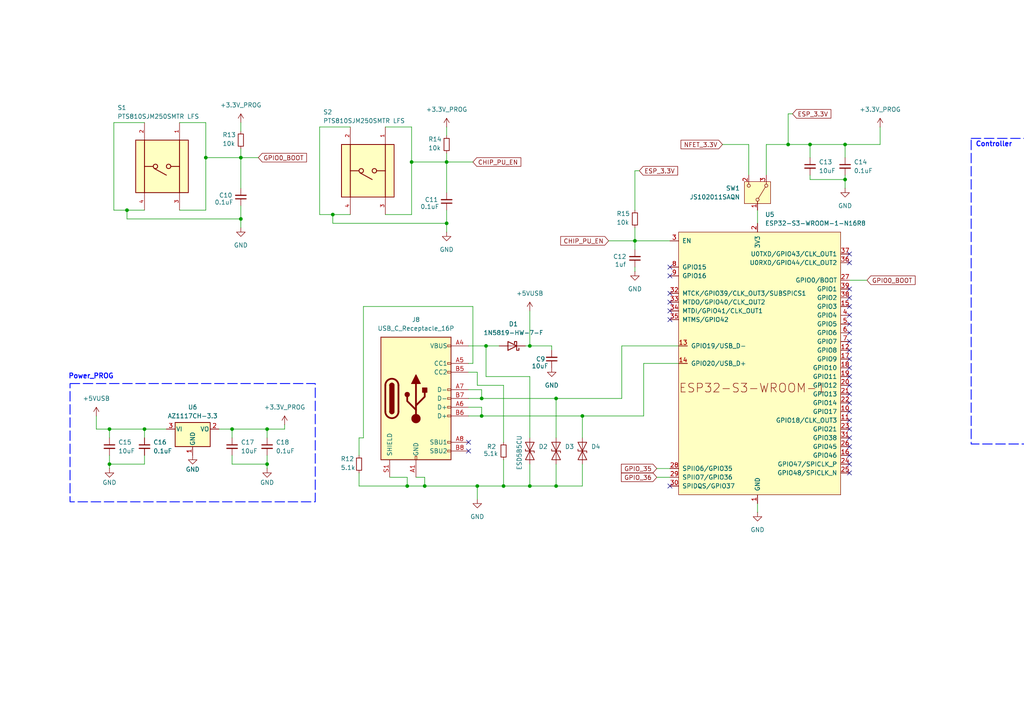
<source format=kicad_sch>
(kicad_sch (version 20231120) (generator "eeschema") (generator_version "8.0")
  (paper "A4")
  (title_block (date "2024-11-14") (rev "3"))
  (lib_symbols
    (symbol "Connector:USB_C_Receptacle_USB2.0_16P" (pin_names (offset 1.016))
      (property "Reference" "J" (at 0 22.225 0))
      (property "Value" "USB_C_Receptacle_USB2.0_16P" (at 0 19.685 0))
      (symbol "USB_C_Receptacle_USB2.0_16P_0_0"
        (rectangle (start -0.254 -17.78) (end 0.254 -16.764))
        (rectangle (start 10.16 -14.986) (end 9.144 -15.494))
        (rectangle (start 10.16 -12.446) (end 9.144 -12.954))
        (rectangle (start 10.16 -4.826) (end 9.144 -5.334))
        (rectangle (start 10.16 -2.286) (end 9.144 -2.794))
        (rectangle (start 10.16 0.254) (end 9.144 -0.254))
        (rectangle (start 10.16 2.794) (end 9.144 2.286))
        (rectangle (start 10.16 7.874) (end 9.144 7.366))
        (rectangle (start 10.16 10.414) (end 9.144 9.906))
        (rectangle (start 10.16 15.494) (end 9.144 14.986))
      )
      (symbol "USB_C_Receptacle_USB2.0_16P_0_1"
        (rectangle (start -10.16 17.78) (end 10.16 -17.78) (stroke (width 0.254)) (fill (type background)))
        (arc (start -8.89 -3.81) (mid -6.985 -5.7067) (end -5.08 -3.81) (stroke (width 0.508)))
        (arc (start -7.62 -3.81) (mid -6.985 -4.4423) (end -6.35 -3.81) (stroke (width 0.254)))
        (arc (start -7.62 -3.81) (mid -6.985 -4.4423) (end -6.35 -3.81) (stroke (width 0.254)) (fill (type outline)))
        (rectangle (start -7.62 -3.81) (end -6.35 3.81) (stroke (width 0.254)) (fill (type outline)))
        (arc (start -6.35 3.81) (mid -6.985 4.4423) (end -7.62 3.81) (stroke (width 0.254)))
        (arc (start -6.35 3.81) (mid -6.985 4.4423) (end -7.62 3.81) (stroke (width 0.254)) (fill (type outline)))
        (arc (start -5.08 3.81) (mid -6.985 5.7067) (end -8.89 3.81) (stroke (width 0.508)))
        (circle (center -2.54 1.143) (radius 0.635) (stroke (width 0.254)) (fill (type outline)))
        (circle (center 0 -5.842) (radius 1.27) (fill (type outline)))
        (polyline (pts (xy -8.89 -3.81) (xy -8.89 3.81)) (stroke (width 0.508)))
        (polyline (pts (xy -5.08 3.81) (xy -5.08 -3.81)) (stroke (width 0.508)))
        (polyline (pts (xy 0 -5.842) (xy 0 4.318)) (stroke (width 0.508)))
        (polyline (pts (xy 0 -3.302) (xy -2.54 -0.762) (xy -2.54 0.508)) (stroke (width 0.508)))
        (polyline (pts (xy 0 -2.032) (xy 2.54 0.508) (xy 2.54 1.778)) (stroke (width 0.508)))
        (polyline (pts (xy -1.27 4.318) (xy 0 6.858) (xy 1.27 4.318) (xy -1.27 4.318)) (stroke (width 0.254)) (fill (type outline)))
        (rectangle (start 1.905 1.778) (end 3.175 3.048) (stroke (width 0.254)) (fill (type outline)))
      )
      (symbol "USB_C_Receptacle_USB2.0_16P_1_1"
        (pin passive line (at 0 -22.86 90) (length 5.08) (name "GND") (number "A1"))
        (pin passive line (at 0 -22.86 90) (length 5.08) hide (name "GND") (number "A12"))
        (pin passive line (at 15.24 15.24 180) (length 5.08) (name "VBUS") (number "A4"))
        (pin bidirectional line (at 15.24 10.16 180) (length 5.08) (name "CC1") (number "A5"))
        (pin bidirectional line (at 15.24 -2.54 180) (length 5.08) (name "D+") (number "A6"))
        (pin bidirectional line (at 15.24 2.54 180) (length 5.08) (name "D-") (number "A7"))
        (pin bidirectional line (at 15.24 -12.7 180) (length 5.08) (name "SBU1") (number "A8"))
        (pin passive line (at 15.24 15.24 180) (length 5.08) hide (name "VBUS") (number "A9"))
        (pin passive line (at 0 -22.86 90) (length 5.08) hide (name "GND") (number "B1"))
        (pin passive line (at 0 -22.86 90) (length 5.08) hide (name "GND") (number "B12"))
        (pin passive line (at 15.24 15.24 180) (length 5.08) hide (name "VBUS") (number "B4"))
        (pin bidirectional line (at 15.24 7.62 180) (length 5.08) (name "CC2") (number "B5"))
        (pin bidirectional line (at 15.24 -5.08 180) (length 5.08) (name "D+") (number "B6"))
        (pin bidirectional line (at 15.24 0 180) (length 5.08) (name "D-") (number "B7"))
        (pin bidirectional line (at 15.24 -15.24 180) (length 5.08) (name "SBU2") (number "B8"))
        (pin passive line (at 15.24 15.24 180) (length 5.08) hide (name "VBUS") (number "B9"))
        (pin passive line (at -7.62 -22.86 90) (length 5.08) (name "SHIELD") (number "S1"))
      )
    )
    (symbol "Device:C_Small" (pin_numbers hide) (pin_names (offset 0.254) hide)
      (property "Reference" "C" (at 0.254 1.778 0))
      (property "Value" "C_Small" (at 0.254 -2.032 0))
      (symbol "C_Small_0_1"
        (polyline (pts (xy -1.524 -0.508) (xy 1.524 -0.508)) (stroke (width 0.3302)))
        (polyline (pts (xy -1.524 0.508) (xy 1.524 0.508)) (stroke (width 0.3048)))
      )
      (symbol "C_Small_1_1"
        (pin passive line (at 0 2.54 270) (length 2.032) (name "~") (number "1"))
        (pin passive line (at 0 -2.54 90) (length 2.032) (name "~") (number "2"))
      )
    )
    (symbol "Device:R_Small" (pin_numbers hide) (pin_names (offset 0.254) hide)
      (property "Reference" "R" (at 0.762 0.508 0))
      (property "Value" "R_Small" (at 0.762 -1.016 0))
      (symbol "R_Small_0_1"
        (rectangle (start -0.762 1.778) (end 0.762 -1.778) (stroke (width 0.2032)))
      )
      (symbol "R_Small_1_1"
        (pin passive line (at 0 2.54 270) (length 0.762) (name "~") (number "1"))
        (pin passive line (at 0 -2.54 90) (length 0.762) (name "~") (number "2"))
      )
    )
    (symbol "Diode:1N5819" (pin_numbers hide) (pin_names (offset 1.016) hide)
      (property "Reference" "D" (at 0 2.54 0))
      (property "Value" "1N5819" (at 0 -2.54 0))
      (symbol "1N5819_0_1"
        (polyline (pts (xy 1.27 0) (xy -1.27 0)))
        (polyline (pts (xy 1.27 1.27) (xy 1.27 -1.27) (xy -1.27 0) (xy 1.27 1.27)) (stroke (width 0.254)))
        (polyline (pts (xy -1.905 0.635) (xy -1.905 1.27) (xy -1.27 1.27) (xy -1.27 -1.27) (xy -0.635 -1.27) (xy -0.635 -0.635)) (stroke (width 0.254)))
      )
      (symbol "1N5819_1_1"
        (pin passive line (at -3.81 0 0) (length 2.54) (name "K") (number "1"))
        (pin passive line (at 3.81 0 180) (length 2.54) (name "A") (number "2"))
      )
    )
    (symbol "Diode:ESD9B5.0ST5G" (pin_numbers hide) (pin_names (offset 1.016) hide)
      (property "Reference" "D" (at 0 2.54 0))
      (property "Value" "ESD9B5.0ST5G" (at 0 -2.54 0))
      (symbol "ESD9B5.0ST5G_0_1"
        (polyline (pts (xy 1.27 0) (xy -1.27 0)))
        (polyline (pts (xy -2.54 -1.27) (xy 0 0) (xy -2.54 1.27) (xy -2.54 -1.27)) (stroke (width 0.2032)))
        (polyline (pts (xy 0.508 1.27) (xy 0 1.27) (xy 0 -1.27) (xy -0.508 -1.27)) (stroke (width 0.2032)))
        (polyline (pts (xy 2.54 1.27) (xy 2.54 -1.27) (xy 0 0) (xy 2.54 1.27)) (stroke (width 0.2032)))
      )
      (symbol "ESD9B5.0ST5G_1_1"
        (pin passive line (at -3.81 0 0) (length 2.54) (name "A1") (number "1"))
        (pin passive line (at 3.81 0 180) (length 2.54) (name "A2") (number "2"))
      )
    )
    (symbol "PCM_Espressif:ESP32-S3-WROOM-1" (pin_names (offset 1.016))
      (property "Reference" "U5" (at 2.1941 43.18 0))
      (property "Value" "ESP32-S3-WROOM-1-N16R8" (at 2.1941 40.64 0))
      (symbol "ESP32-S3-WROOM-1_0_0"
        (text "ESP32-S3-WROOM-1" (at -1.524 -7.112 0) (effects (font (size 2.54 2.54))))
        (pin power_in line (at 0 -40.64 90) (length 2.54) (name "GND") (number "1"))
        (pin bidirectional line (at 26.67 -26.67 180) (length 2.54) (name "GPIO46") (number "16"))
        (pin power_in line (at 0 40.64 270) (length 2.54) (name "3V3") (number "2"))
        (pin bidirectional line (at 26.67 -19.05 180) (length 2.54) (name "GPIO21") (number "23"))
        (pin bidirectional line (at 26.67 -24.13 180) (length 2.54) (name "GPIO45") (number "26"))
        (pin bidirectional line (at 26.67 24.13 180) (length 2.54) (name "GPIO0/BOOT") (number "27"))
        (pin input line (at -25.4 35.56 0) (length 2.54) (name "EN") (number "3"))
        (pin bidirectional line (at -25.4 20.32 0) (length 2.54) (name "MTCK/GPIO39/CLK_OUT3/SUBSPICS1") (number "32"))
        (pin bidirectional line (at -25.4 17.78 0) (length 2.54) (name "MTDO/GPIO40/CLK_OUT2") (number "33"))
        (pin bidirectional line (at -25.4 15.24 0) (length 2.54) (name "MTDI/GPIO41/CLK_OUT1") (number "34"))
        (pin bidirectional line (at -25.4 12.7 0) (length 2.54) (name "MTMS/GPIO42") (number "35"))
        (pin bidirectional line (at 26.67 29.21 180) (length 2.54) (name "U0RXD/GPIO44/CLK_OUT2") (number "36"))
        (pin bidirectional line (at 26.67 31.75 180) (length 2.54) (name "U0TXD/GPIO43/CLK_OUT1") (number "37"))
        (pin passive line (at 0 -40.64 90) (length 2.54) hide (name "GND") (number "40"))
        (pin passive line (at 0 -40.64 90) (length 2.54) hide (name "GND") (number "41"))
      )
      (symbol "ESP32-S3-WROOM-1_0_1"
        (rectangle (start -22.86 38.1) (end 24.13 -38.1) (fill (type background)))
      )
      (symbol "ESP32-S3-WROOM-1_1_0"
        (pin bidirectional line (at 26.67 -13.97 180) (length 2.54) (name "GPIO17") (number "10"))
        (pin bidirectional line (at 26.67 -16.51 180) (length 2.54) (name "GPIO18/CLK_OUT3") (number "11"))
        (pin bidirectional line (at 26.67 3.81 180) (length 2.54) (name "GPIO8") (number "12"))
        (pin bidirectional line (at -22.86 5.08 0) (length 2.54) (name "GPIO19/USB_D-") (number "13"))
        (pin bidirectional line (at -22.86 0 0) (length 2.54) (name "GPIO20/USB_D+") (number "14"))
        (pin bidirectional line (at 26.67 16.51 180) (length 2.54) (name "GPIO3") (number "15"))
        (pin bidirectional line (at 26.67 1.27 180) (length 2.54) (name "GPIO9") (number "17"))
        (pin bidirectional line (at 26.67 -1.27 180) (length 2.54) (name "GPIO10") (number "18"))
        (pin bidirectional line (at 26.67 -3.81 180) (length 2.54) (name "GPIO11") (number "19"))
        (pin bidirectional line (at 26.67 -6.35 180) (length 2.54) (name "GPIO12") (number "20"))
        (pin bidirectional line (at 26.67 -8.89 180) (length 2.54) (name "GPIO13") (number "21"))
        (pin bidirectional line (at 26.67 -11.43 180) (length 2.54) (name "GPIO14") (number "22"))
        (pin bidirectional line (at 26.67 -29.21 180) (length 2.54) (name "GPIO47/SPICLK_P") (number "24"))
        (pin bidirectional line (at 26.67 -31.75 180) (length 2.54) (name "GPIO48/SPICLK_N") (number "25"))
        (pin bidirectional line (at -25.4 -30.48 0) (length 2.54) (name "SPIIO6/GPIO35") (number "28"))
        (pin bidirectional line (at -25.4 -33.02 0) (length 2.54) (name "SPIIO7/GPIO36") (number "29"))
        (pin bidirectional line (at -25.4 -35.56 0) (length 2.54) (name "SPIDQS/GPIO37") (number "30"))
        (pin bidirectional line (at 26.67 -21.59 180) (length 2.54) (name "GPIO38") (number "31"))
        (pin bidirectional line (at 26.67 19.05 180) (length 2.54) (name "GPIO2") (number "38"))
        (pin bidirectional line (at 26.67 21.59 180) (length 2.54) (name "GPIO1") (number "39"))
        (pin bidirectional line (at 26.67 13.97 180) (length 2.54) (name "GPIO4") (number "4"))
        (pin bidirectional line (at 26.67 11.43 180) (length 2.54) (name "GPIO5") (number "5"))
        (pin bidirectional line (at 26.67 8.89 180) (length 2.54) (name "GPIO6") (number "6"))
        (pin bidirectional line (at 26.67 6.35 180) (length 2.54) (name "GPIO7") (number "7"))
        (pin bidirectional line (at -25.4 27.94 0) (length 2.54) (name "GPIO15") (number "8"))
        (pin bidirectional line (at -25.4 25.4 0) (length 2.54) (name "GPIO16") (number "9"))
      )
    )
    (symbol "Regulator_Linear:AZ1117-3.3" (pin_names (offset 0.254))
      (property "Reference" "U" (at -3.81 3.175 0))
      (property "Value" "AZ1117-3.3" (at 0 3.175 0))
      (symbol "AZ1117-3.3_0_1"
        (rectangle (start -5.08 1.905) (end 5.08 -5.08) (stroke (width 0.254)) (fill (type background)))
      )
      (symbol "AZ1117-3.3_1_1"
        (pin power_in line (at 0 -7.62 90) (length 2.54) (name "GND") (number "1"))
        (pin power_out line (at 7.62 0 180) (length 2.54) (name "VO") (number "2"))
        (pin power_in line (at -7.62 0 0) (length 2.54) (name "VI") (number "3"))
      )
    )
    (symbol "Switch:SW_SPDT_312" (pin_names (offset 1) hide)
      (property "Reference" "SW" (at 0 5.08 0))
      (property "Value" "SW_SPDT_312" (at 0 -5.08 0))
      (symbol "SW_SPDT_312_0_1"
        (circle (center -2.032 0) (radius 0.4572))
        (polyline (pts (xy -1.651 0.254) (xy 1.651 2.286)))
        (circle (center 2.032 -2.54) (radius 0.4572))
        (circle (center 2.032 2.54) (radius 0.4572))
      )
      (symbol "SW_SPDT_312_1_1"
        (rectangle (start -3.175 3.81) (end 3.175 -3.81) (fill (type background)))
        (pin passive line (at -5.08 0 0) (length 2.54) (name "B") (number "1"))
        (pin passive line (at 5.08 -2.54 180) (length 2.54) (name "C") (number "2"))
        (pin passive line (at 5.08 2.54 180) (length 2.54) (name "A") (number "3"))
      )
    )
    (symbol "TS04-66-95-BK-100-SMT:TS04-66-95-BK-100-SMT" (pin_names (offset 1.016))
      (property "Reference" "S" (at -7.62 8.382 0))
      (property "Value" "TS04-66-95-BK-100-SMT" (at -7.62 -8.382 0))
      (symbol "TS04-66-95-BK-100-SMT_0_0"
        (rectangle (start -7.62 -7.62) (end 7.62 7.62) (stroke (width 0.254)) (fill (type background)))
        (circle (center 0 -1.905) (radius 0.635) (stroke (width 0.254)))
        (polyline (pts (xy 0 -5.08) (xy -7.62 -5.08)) (stroke (width 0.254)))
        (polyline (pts (xy 0 -5.08) (xy 7.62 -5.08)) (stroke (width 0.254)))
        (polyline (pts (xy 0 -2.54) (xy 0 -5.08)) (stroke (width 0.254)))
        (polyline (pts (xy 0 5.08) (xy -7.62 5.08)) (stroke (width 0.254)))
        (polyline (pts (xy 0 5.08) (xy 0 2.54)) (stroke (width 0.254)))
        (polyline (pts (xy 0 5.08) (xy 7.62 5.08)) (stroke (width 0.254)))
        (polyline (pts (xy 0.635 -2.2225) (xy 2.54 1.27)) (stroke (width 0.254)))
        (circle (center 0 1.905) (radius 0.635) (stroke (width 0.254)))
        (pin passive line (at -12.7 5.08 0) (length 5.08) (name "~") (number "1"))
        (pin passive line (at -12.7 -5.08 0) (length 5.08) (name "~") (number "2"))
        (pin passive line (at 12.7 5.08 180) (length 5.08) (name "~") (number "3"))
        (pin passive line (at 12.7 -5.08 180) (length 5.08) (name "~") (number "4"))
      )
    )
    (symbol "power:+3.3V" (power) (pin_numbers hide) (pin_names (offset 0) hide)
      (property "Value" "+3.3V" (at 0 3.556 0))
      (symbol "+3.3V_0_1"
        (polyline (pts (xy -0.762 1.27) (xy 0 2.54)))
        (polyline (pts (xy 0 0) (xy 0 2.54)))
        (polyline (pts (xy 0 2.54) (xy 0.762 1.27)))
      )
      (symbol "+3.3V_1_1"
        (pin power_in line (at 0 0 90) (length 0) (name "~") (number "1"))
      )
    )
    (symbol "power:+5V" (power) (pin_numbers hide) (pin_names (offset 0) hide)
      (property "Value" "+5V" (at 0 3.556 0))
      (symbol "+5V_0_1"
        (polyline (pts (xy -0.762 1.27) (xy 0 2.54)))
        (polyline (pts (xy 0 0) (xy 0 2.54)))
        (polyline (pts (xy 0 2.54) (xy 0.762 1.27)))
      )
      (symbol "+5V_1_1"
        (pin power_in line (at 0 0 90) (length 0) (name "~") (number "1"))
      )
    )
    (symbol "power:GND" (power) (pin_numbers hide) (pin_names (offset 0) hide)
      (property "Value" "GND" (at 0 -3.81 0))
      (symbol "GND_0_1"
        (polyline (pts (xy 0 0) (xy 0 -1.27) (xy 1.27 -1.27) (xy 0 -2.54) (xy -1.27 -1.27) (xy 0 -1.27)))
      )
      (symbol "GND_1_1"
        (pin power_in line (at 0 0 270) (length 0) (name "~") (number "1"))
      )
    )
  )
  (junction (at 140.97 100.33))
  (junction (at 77.47 134.62))
  (junction (at 245.11 41.91))
  (junction (at 161.29 115.57))
  (junction (at 168.91 120.65))
  (junction (at 153.67 140.97))
  (junction (at 234.95 41.91))
  (junction (at 153.67 100.33))
  (junction (at 146.05 140.97))
  (junction (at 77.47 124.46))
  (junction (at 138.43 140.97))
  (junction (at 119.38 46.99))
  (junction (at 69.85 63.5))
  (junction (at 129.54 64.77))
  (junction (at 139.7 120.65))
  (junction (at 161.29 140.97))
  (junction (at 123.19 140.97))
  (junction (at 228.6 41.91))
  (junction (at 59.69 45.72))
  (junction (at 245.11 52.07))
  (junction (at 36.83 60.96))
  (junction (at 184.15 69.85))
  (junction (at 41.91 124.46))
  (junction (at 31.75 124.46))
  (junction (at 139.7 115.57))
  (junction (at 129.54 46.99))
  (junction (at 69.85 45.72))
  (junction (at 118.11 140.97))
  (junction (at 31.75 134.62))
  (junction (at 67.31 124.46))
  (junction (at 96.52 62.23))
  (no_connect (at 194.31 92.71))
  (no_connect (at 194.31 90.17))
  (no_connect (at 246.38 134.62))
  (no_connect (at 246.38 93.98))
  (no_connect (at 135.89 130.81))
  (no_connect (at 246.38 121.92))
  (no_connect (at 246.38 106.68))
  (no_connect (at 246.38 88.9))
  (no_connect (at 246.38 109.22))
  (no_connect (at 246.38 132.08))
  (no_connect (at 194.31 87.63))
  (no_connect (at 246.38 114.3))
  (no_connect (at 246.38 76.2))
  (no_connect (at 246.38 137.16))
  (no_connect (at 246.38 86.36))
  (no_connect (at 246.38 119.38))
  (no_connect (at 194.31 140.97))
  (no_connect (at 194.31 85.09))
  (no_connect (at 246.38 127))
  (no_connect (at 194.31 77.47))
  (no_connect (at 246.38 83.82))
  (no_connect (at 246.38 104.14))
  (no_connect (at 246.38 111.76))
  (no_connect (at 246.38 99.06))
  (no_connect (at 194.31 80.01))
  (no_connect (at 246.38 73.66))
  (no_connect (at 246.38 124.46))
  (no_connect (at 135.89 128.27))
  (no_connect (at 246.38 129.54))
  (no_connect (at 246.38 101.6))
  (no_connect (at 246.38 91.44))
  (no_connect (at 246.38 116.84))
  (no_connect (at 246.38 96.52))
  (wire (pts (xy 92.71 62.23) (xy 96.52 62.23)))
  (wire (pts (xy 77.47 124.46) (xy 77.47 127)))
  (wire (pts (xy 119.38 36.83) (xy 111.76 36.83)))
  (wire (pts (xy 129.54 44.45) (xy 129.54 46.99)))
  (wire (pts (xy 69.85 63.5) (xy 36.83 63.5)))
  (wire (pts (xy 234.95 41.91) (xy 245.11 41.91)))
  (wire (pts (xy 138.43 140.97) (xy 138.43 144.78)))
  (wire (pts (xy 36.83 63.5) (xy 36.83 60.96)))
  (wire (pts (xy 135.89 120.65) (xy 139.7 120.65)))
  (wire (pts (xy 104.14 127) (xy 104.14 132.08)))
  (wire (pts (xy 152.4 100.33) (xy 153.67 100.33)))
  (wire (pts (xy 113.03 138.43) (xy 118.11 138.43)))
  (wire (pts (xy 222.25 41.91) (xy 222.25 50.8)))
  (wire (pts (xy 41.91 134.62) (xy 41.91 132.08)))
  (wire (pts (xy 140.97 109.22) (xy 140.97 100.33)))
  (wire (pts (xy 105.41 127) (xy 104.14 127)))
  (wire (pts (xy 229.87 33.02) (xy 228.6 33.02)))
  (wire (pts (xy 123.19 138.43) (xy 123.19 140.97)))
  (wire (pts (xy 153.67 127) (xy 153.67 109.22)))
  (wire (pts (xy 228.6 41.91) (xy 234.95 41.91)))
  (wire (pts (xy 245.11 50.8) (xy 245.11 52.07)))
  (wire (pts (xy 184.15 49.53) (xy 184.15 60.96)))
  (wire (pts (xy 118.11 138.43) (xy 118.11 140.97)))
  (wire (pts (xy 119.38 46.99) (xy 129.54 46.99)))
  (wire (pts (xy 67.31 132.08) (xy 67.31 134.62)))
  (wire (pts (xy 105.41 88.9) (xy 105.41 127)))
  (wire (pts (xy 190.5 135.89) (xy 194.31 135.89)))
  (wire (pts (xy 153.67 109.22) (xy 140.97 109.22)))
  (wire (pts (xy 92.71 36.83) (xy 92.71 62.23)))
  (wire (pts (xy 69.85 45.72) (xy 74.93 45.72)))
  (wire (pts (xy 41.91 124.46) (xy 48.26 124.46)))
  (wire (pts (xy 138.43 111.76) (xy 146.05 111.76)))
  (wire (pts (xy 52.07 60.96) (xy 59.69 60.96)))
  (wire (pts (xy 219.71 60.96) (xy 219.71 64.77)))
  (wire (pts (xy 153.67 140.97) (xy 146.05 140.97)))
  (wire (pts (xy 168.91 120.65) (xy 168.91 127)))
  (wire (pts (xy 27.94 124.46) (xy 31.75 124.46)))
  (wire (pts (xy 161.29 140.97) (xy 153.67 140.97)))
  (wire (pts (xy 139.7 120.65) (xy 168.91 120.65)))
  (wire (pts (xy 135.89 105.41) (xy 137.16 105.41)))
  (wire (pts (xy 104.14 140.97) (xy 118.11 140.97)))
  (wire (pts (xy 184.15 66.04) (xy 184.15 69.85)))
  (wire (pts (xy 234.95 50.8) (xy 234.95 52.07)))
  (wire (pts (xy 139.7 115.57) (xy 161.29 115.57)))
  (wire (pts (xy 176.53 69.85) (xy 184.15 69.85)))
  (wire (pts (xy 123.19 140.97) (xy 138.43 140.97)))
  (wire (pts (xy 67.31 134.62) (xy 77.47 134.62)))
  (wire (pts (xy 59.69 60.96) (xy 59.69 45.72)))
  (wire (pts (xy 184.15 69.85) (xy 184.15 72.39)))
  (wire (pts (xy 135.89 118.11) (xy 139.7 118.11)))
  (wire (pts (xy 135.89 100.33) (xy 140.97 100.33)))
  (wire (pts (xy 129.54 64.77) (xy 129.54 67.31)))
  (wire (pts (xy 36.83 60.96) (xy 41.91 60.96)))
  (wire (pts (xy 153.67 90.17) (xy 153.67 100.33)))
  (wire (pts (xy 135.89 115.57) (xy 139.7 115.57)))
  (wire (pts (xy 33.02 60.96) (xy 36.83 60.96)))
  (wire (pts (xy 160.02 100.33) (xy 160.02 101.6)))
  (wire (pts (xy 27.94 120.65) (xy 27.94 124.46)))
  (wire (pts (xy 67.31 124.46) (xy 77.47 124.46)))
  (wire (pts (xy 41.91 35.56) (xy 33.02 35.56)))
  (wire (pts (xy 186.69 120.65) (xy 186.69 105.41)))
  (wire (pts (xy 111.76 62.23) (xy 119.38 62.23)))
  (wire (pts (xy 96.52 64.77) (xy 96.52 62.23)))
  (wire (pts (xy 161.29 115.57) (xy 180.34 115.57)))
  (wire (pts (xy 245.11 41.91) (xy 245.11 45.72)))
  (wire (pts (xy 59.69 45.72) (xy 59.69 35.56)))
  (wire (pts (xy 101.6 36.83) (xy 92.71 36.83)))
  (wire (pts (xy 234.95 41.91) (xy 234.95 45.72)))
  (wire (pts (xy 67.31 124.46) (xy 67.31 127)))
  (wire (pts (xy 255.27 36.83) (xy 255.27 41.91)))
  (wire (pts (xy 119.38 62.23) (xy 119.38 46.99)))
  (wire (pts (xy 63.5 124.46) (xy 67.31 124.46)))
  (wire (pts (xy 153.67 134.62) (xy 153.67 140.97)))
  (wire (pts (xy 135.89 107.95) (xy 138.43 107.95)))
  (wire (pts (xy 146.05 111.76) (xy 146.05 128.27)))
  (wire (pts (xy 138.43 107.95) (xy 138.43 111.76)))
  (wire (pts (xy 139.7 115.57) (xy 139.7 113.03)))
  (wire (pts (xy 161.29 115.57) (xy 161.29 127)))
  (wire (pts (xy 180.34 115.57) (xy 180.34 100.33)))
  (wire (pts (xy 69.85 63.5) (xy 69.85 66.04)))
  (wire (pts (xy 135.89 113.03) (xy 139.7 113.03)))
  (wire (pts (xy 77.47 132.08) (xy 77.47 134.62)))
  (wire (pts (xy 222.25 41.91) (xy 228.6 41.91)))
  (wire (pts (xy 118.11 140.97) (xy 123.19 140.97)))
  (wire (pts (xy 184.15 78.74) (xy 184.15 77.47)))
  (wire (pts (xy 168.91 120.65) (xy 186.69 120.65)))
  (wire (pts (xy 137.16 88.9) (xy 105.41 88.9)))
  (wire (pts (xy 31.75 134.62) (xy 31.75 135.89)))
  (wire (pts (xy 31.75 124.46) (xy 41.91 124.46)))
  (wire (pts (xy 129.54 64.77) (xy 96.52 64.77)))
  (wire (pts (xy 186.69 105.41) (xy 196.85 105.41)))
  (wire (pts (xy 217.17 41.91) (xy 217.17 50.8)))
  (wire (pts (xy 129.54 46.99) (xy 137.16 46.99)))
  (wire (pts (xy 140.97 100.33) (xy 144.78 100.33)))
  (wire (pts (xy 153.67 100.33) (xy 160.02 100.33)))
  (wire (pts (xy 129.54 46.99) (xy 129.54 55.88)))
  (wire (pts (xy 190.5 138.43) (xy 194.31 138.43)))
  (wire (pts (xy 234.95 52.07) (xy 245.11 52.07)))
  (wire (pts (xy 69.85 43.18) (xy 69.85 45.72)))
  (wire (pts (xy 219.71 146.05) (xy 219.71 148.59)))
  (wire (pts (xy 82.55 123.19) (xy 82.55 124.46)))
  (wire (pts (xy 59.69 45.72) (xy 69.85 45.72)))
  (wire (pts (xy 77.47 124.46) (xy 82.55 124.46)))
  (wire (pts (xy 194.31 69.85) (xy 184.15 69.85)))
  (wire (pts (xy 31.75 124.46) (xy 31.75 127)))
  (wire (pts (xy 77.47 134.62) (xy 77.47 135.89)))
  (wire (pts (xy 161.29 134.62) (xy 161.29 140.97)))
  (wire (pts (xy 137.16 105.41) (xy 137.16 88.9)))
  (wire (pts (xy 33.02 35.56) (xy 33.02 60.96)))
  (wire (pts (xy 245.11 52.07) (xy 245.11 54.61)))
  (wire (pts (xy 41.91 124.46) (xy 41.91 127)))
  (wire (pts (xy 31.75 134.62) (xy 41.91 134.62)))
  (wire (pts (xy 146.05 140.97) (xy 146.05 133.35)))
  (wire (pts (xy 228.6 33.02) (xy 228.6 41.91)))
  (wire (pts (xy 168.91 134.62) (xy 168.91 140.97)))
  (wire (pts (xy 69.85 59.69) (xy 69.85 63.5)))
  (wire (pts (xy 138.43 140.97) (xy 146.05 140.97)))
  (wire (pts (xy 184.15 49.53) (xy 185.42 49.53)))
  (wire (pts (xy 69.85 45.72) (xy 69.85 54.61)))
  (wire (pts (xy 129.54 60.96) (xy 129.54 64.77)))
  (wire (pts (xy 180.34 100.33) (xy 196.85 100.33)))
  (wire (pts (xy 120.65 138.43) (xy 123.19 138.43)))
  (wire (pts (xy 119.38 46.99) (xy 119.38 36.83)))
  (wire (pts (xy 246.38 81.28) (xy 251.46 81.28)))
  (wire (pts (xy 31.75 132.08) (xy 31.75 134.62)))
  (wire (pts (xy 255.27 41.91) (xy 245.11 41.91)))
  (wire (pts (xy 129.54 39.37) (xy 129.54 36.83)))
  (wire (pts (xy 104.14 137.16) (xy 104.14 140.97)))
  (wire (pts (xy 139.7 120.65) (xy 139.7 118.11)))
  (wire (pts (xy 59.69 35.56) (xy 52.07 35.56)))
  (wire (pts (xy 168.91 140.97) (xy 161.29 140.97)))
  (wire (pts (xy 69.85 38.1) (xy 69.85 35.56)))
  (wire (pts (xy 96.52 62.23) (xy 101.6 62.23)))
  (wire (pts (xy 209.55 41.91) (xy 217.17 41.91)))
  (rectangle (start 20.32 111.252) (end 91.44 145.542) (stroke (width 0.254) (type dash) (color 0 11 255 1)))
  (rectangle (start 281.686 40.132) (end 326.136 128.778) (stroke (width 0.254) (type dash) (color 0 11 255 1)))
  (text "Controller\n" (at 288.29 41.91 0) (effects (font (size 1.397 1.397) (thickness 0.2794) (bold yes))))
  (text "Power_PROG" (at 26.416 109.22 0) (effects (font (size 1.397 1.397) (thickness 0.2794) (bold yes))))
  (global_label "GPIO_36" (shape input) (at 190.5 138.43 180) (property "Intersheetrefs" "${INTERSHEET_REFS}" (effects (hide yes))))
  (global_label "ESP_3.3V" (shape input) (at 229.87 33.02 0) (property "Intersheetrefs" "${INTERSHEET_REFS}" (effects (hide yes))))
  (global_label "NFET_3.3V" (shape input) (at 209.55 41.91 180) (property "Intersheetrefs" "${INTERSHEET_REFS}" (effects (hide yes))))
  (global_label "ESP_3.3V" (shape input) (at 185.42 49.53 0) (property "Intersheetrefs" "${INTERSHEET_REFS}" (effects (hide yes))))
  (global_label "CHIP_PU_EN" (shape input) (at 176.53 69.85 180) (property "Intersheetrefs" "${INTERSHEET_REFS}" (effects (hide yes))))
  (global_label "GPIO0_BOOT" (shape input) (at 251.46 81.28 0) (property "Intersheetrefs" "${INTERSHEET_REFS}" (effects (hide yes))))
  (global_label "GPIO_35" (shape input) (at 190.5 135.89 180) (property "Intersheetrefs" "${INTERSHEET_REFS}" (effects (hide yes))))
  (global_label "CHIP_PU_EN" (shape input) (at 137.16 46.99 0) (property "Intersheetrefs" "${INTERSHEET_REFS}" (effects (hide yes))))
  (global_label "GPIO0_BOOT" (shape input) (at 74.93 45.72 0) (property "Intersheetrefs" "${INTERSHEET_REFS}" (effects (hide yes))))
  (symbol (lib_id "power:+5V") (at 153.67 90.17 0) (unit 1)
    (property "Reference" "#PWR011" (effects (hide yes)))
    (property "Value" "+5VUSB" (at 153.67 85.09 0))
    (property "Description" "Power symbol creates a global label with name \"+5V\"" (effects (hide yes)))
  )
  (symbol (lib_id "Device:C_Small") (at 129.54 58.42 180) (unit 1)
    (property "Reference" "C11" (at 123.19 57.912 0) (effects (justify right)))
    (property "Value" "0.1uF" (at 121.92 59.944 0) (effects (justify right)))
    (property "Footprint" "Capacitor_SMD:C_0603_1608Metric_Pad1.08x0.95mm_HandSolder" (effects (hide yes)))
    (property "Description" "Unpolarized capacitor, small symbol" (effects (hide yes)))
  )
  (symbol (lib_id "TS04-66-95-BK-100-SMT:TS04-66-95-BK-100-SMT") (at 46.99 48.26 270) (unit 1)
    (property "Reference" "S1" (at 34.036 31.242 90) (effects (justify left)))
    (property "Value" "PTS810SJM250SMTR LFS" (at 34.036 33.782 90) (effects (justify left)))
    (property "Footprint" "TS04-66-95-BK-100-SMT:SW_TS04-66-95-BK-100-SMT" (effects (hide yes)))
    (property "MF" "Same Sky" (effects (hide yes)))
    (property "Description_1" "\n                        \n                            6 x 6 mm, 9.5 mm Actuator Height, 100 gf, Black, Surface Mount, SPST, Tactile Switch\n                        \n" (effects (hide yes)))
    (property "Package" "None" (effects (hide yes)))
    (property "Price" "None" (effects (hide yes)))
    (property "Check_prices" "https://www.snapeda.com/parts/TS04-66-95-BK-100-SMT/Same+Sky/view-part/?ref=eda" (effects (hide yes)))
    (property "STANDARD" "Manufacturer Recommendations" (effects (hide yes)))
    (property "PARTREV" "1.0" (effects (hide yes)))
    (property "SnapEDA_Link" "https://www.snapeda.com/parts/TS04-66-95-BK-100-SMT/Same+Sky/view-part/?ref=snap" (effects (hide yes)))
    (property "MP" "TS04-66-95-BK-100-SMT" (effects (hide yes)))
    (property "Availability" "In Stock" (effects (hide yes)))
    (property "MANUFACTURER" "CUI Devices" (effects (hide yes)))
  )
  (symbol (lib_id "Switch:SW_SPDT_312") (at 219.71 55.88 270) (mirror x) (unit 1)
    (property "Reference" "SW1" (at 214.63 54.6099 90) (effects (justify right)))
    (property "Value" "JS102011SAQN" (at 214.63 57.1499 90) (effects (justify right)))
    (property "Footprint" "Button_Switch_SMD:SW_SPDT_CK_JS102011SAQN" (effects (hide yes)))
    (property "Description" "Switch, single pole double throw" (effects (hide yes)))
  )
  (symbol (lib_id "Device:R_Small") (at 146.05 130.81 180) (unit 1)
    (property "Reference" "R2" (at 141.224 129.54 0) (effects (justify right)))
    (property "Value" "5.1k" (at 140.208 131.572 0) (effects (justify right)))
    (property "Footprint" "Resistor_SMD:R_0603_1608Metric_Pad0.98x0.95mm_HandSolder" (effects (hide yes)))
    (property "Description" "Resistor, small symbol" (effects (hide yes)))
  )
  (symbol (lib_id "Connector:USB_C_Receptacle_USB2.0_16P") (at 120.65 115.57 0) (unit 1)
    (property "Reference" "J8" (at 120.65 92.71 0))
    (property "Value" "USB_C_Receptacle_16P" (at 120.65 95.25 0))
    (property "Footprint" "Connector_USB:USB_C_Receptacle_G-Switch_GT-USB-7010ASV" (effects (hide yes)))
    (property "Datasheet" "https://www.usb.org/sites/default/files/documents/usb_type-c.zip" (effects (hide yes)))
    (property "Description" "USB 2.0-only 16P Type-C Receptacle connector" (effects (hide yes)))
  )
  (symbol (lib_id "power:GND") (at 245.11 54.61 0) (unit 1)
    (property "Reference" "#PWR032" (effects (hide yes)))
    (property "Value" "GND" (at 245.11 59.69 0))
    (property "Description" "Power symbol creates a global label with name \"GND\" , ground" (effects (hide yes)))
  )
  (symbol (lib_id "Diode:ESD9B5.0ST5G") (at 168.91 130.81 270) (unit 1)
    (property "Reference" "D4" (at 171.45 129.5399 90) (effects (justify left)))
    (property "Value" "ESD5B5CU" (effects (hide yes)))
    (property "Footprint" "Diode_SMD:D_SOD-923" (effects (hide yes)))
    (property "Datasheet" "https://www.onsemi.com/pub/Collateral/ESD9B-D.PDF" (effects (hide yes)))
    (property "Description" "ESD protection diode, 5.0Vrwm, SOD-923" (effects (hide yes)))
  )
  (symbol (lib_id "power:GND") (at 138.43 144.78 0) (unit 1)
    (property "Reference" "#PWR029" (effects (hide yes)))
    (property "Value" "GND" (at 138.43 149.86 0))
    (property "Description" "Power symbol creates a global label with name \"GND\" , ground" (effects (hide yes)))
  )
  (symbol (lib_id "power:+3.3V") (at 255.27 36.83 0) (unit 1)
    (property "Reference" "#PWR039" (effects (hide yes)))
    (property "Value" "+3.3V_PROG" (at 255.27 31.75 0))
    (property "Description" "Power symbol creates a global label with name \"+3.3V\"" (effects (hide yes)))
  )
  (symbol (lib_id "Diode:ESD9B5.0ST5G") (at 153.67 130.81 270) (unit 1)
    (property "Reference" "D2" (at 156.21 129.5399 90) (effects (justify left)))
    (property "Value" "ESD5B5CU" (at 150.622 126.238 0) (effects (justify left)))
    (property "Footprint" "Diode_SMD:D_SOD-923" (effects (hide yes)))
    (property "Datasheet" "https://www.onsemi.com/pub/Collateral/ESD9B-D.PDF" (effects (hide yes)))
    (property "Description" "ESD protection diode, 5.0Vrwm, SOD-923" (effects (hide yes)))
  )
  (symbol (lib_id "power:GND") (at 219.71 148.59 0) (unit 1)
    (property "Reference" "#PWR038" (effects (hide yes)))
    (property "Value" "GND" (at 219.71 153.67 0))
    (property "Description" "Power symbol creates a global label with name \"GND\" , ground" (effects (hide yes)))
  )
  (symbol (lib_id "power:GND") (at 160.02 106.68 0) (unit 1)
    (property "Reference" "#PWR030" (effects (hide yes)))
    (property "Value" "GND" (at 160.02 111.76 0))
    (property "Description" "Power symbol creates a global label with name \"GND\" , ground" (effects (hide yes)))
  )
  (symbol (lib_id "Device:C_Small") (at 234.95 48.26 0) (unit 1)
    (property "Reference" "C13" (at 237.49 46.9962 0) (effects (justify left)))
    (property "Value" "10uF" (at 237.49 49.5362 0) (effects (justify left)))
    (property "Footprint" "Capacitor_SMD:C_0603_1608Metric_Pad1.08x0.95mm_HandSolder" (effects (hide yes)))
    (property "Description" "Unpolarized capacitor, small symbol" (effects (hide yes)))
  )
  (symbol (lib_id "power:GND") (at 184.15 78.74 0) (unit 1)
    (property "Reference" "#PWR024" (effects (hide yes)))
    (property "Value" "GND" (at 184.15 83.82 0))
    (property "Description" "Power symbol creates a global label with name \"GND\" , ground" (effects (hide yes)))
  )
  (symbol (lib_id "power:GND") (at 69.85 66.04 0) (unit 1)
    (property "Reference" "#PWR04" (effects (hide yes)))
    (property "Value" "GND" (at 69.85 71.12 0))
    (property "Description" "Power symbol creates a global label with name \"GND\" , ground" (effects (hide yes)))
  )
  (symbol (lib_id "Device:C_Small") (at 184.15 74.93 180) (unit 1)
    (property "Reference" "C12" (at 177.8 74.422 0) (effects (justify right)))
    (property "Value" "1uf" (at 178.308 76.708 0) (effects (justify right)))
    (property "Footprint" "Capacitor_SMD:C_0603_1608Metric_Pad1.08x0.95mm_HandSolder" (effects (hide yes)))
    (property "Description" "Unpolarized capacitor, small symbol" (effects (hide yes)))
  )
  (symbol (lib_id "Device:R_Small") (at 129.54 41.91 180) (unit 1)
    (property "Reference" "R14" (at 124.206 40.386 0) (effects (justify right)))
    (property "Value" "10k" (at 124.206 42.926 0) (effects (justify right)))
    (property "Footprint" "Resistor_SMD:R_0603_1608Metric_Pad0.98x0.95mm_HandSolder" (effects (hide yes)))
    (property "Description" "Resistor, small symbol" (effects (hide yes)))
  )
  (symbol (lib_id "power:+3.3V") (at 69.85 35.56 0) (unit 1)
    (property "Reference" "#PWR041" (effects (hide yes)))
    (property "Value" "+3.3V_PROG" (at 69.85 30.48 0))
    (property "Description" "Power symbol creates a global label with name \"+3.3V\"" (effects (hide yes)))
  )
  (symbol (lib_id "TS04-66-95-BK-100-SMT:TS04-66-95-BK-100-SMT") (at 106.68 49.53 270) (unit 1)
    (property "Reference" "S2" (at 93.726 32.512 90) (effects (justify left)))
    (property "Value" "PTS810SJM250SMTR LFS" (at 93.726 35.052 90) (effects (justify left)))
    (property "Footprint" "TS04-66-95-BK-100-SMT:SW_TS04-66-95-BK-100-SMT" (effects (hide yes)))
    (property "MF" "Same Sky" (effects (hide yes)))
    (property "Description_1" "\n                        \n                            6 x 6 mm, 9.5 mm Actuator Height, 100 gf, Black, Surface Mount, SPST, Tactile Switch\n                        \n" (effects (hide yes)))
    (property "Package" "None" (effects (hide yes)))
    (property "Price" "None" (effects (hide yes)))
    (property "Check_prices" "https://www.snapeda.com/parts/TS04-66-95-BK-100-SMT/Same+Sky/view-part/?ref=eda" (effects (hide yes)))
    (property "STANDARD" "Manufacturer Recommendations" (effects (hide yes)))
    (property "PARTREV" "1.0" (effects (hide yes)))
    (property "SnapEDA_Link" "https://www.snapeda.com/parts/TS04-66-95-BK-100-SMT/Same+Sky/view-part/?ref=snap" (effects (hide yes)))
    (property "MP" "TS04-66-95-BK-100-SMT" (effects (hide yes)))
    (property "Availability" "In Stock" (effects (hide yes)))
    (property "MANUFACTURER" "CUI Devices" (effects (hide yes)))
  )
  (symbol (lib_id "Diode:ESD9B5.0ST5G") (at 161.29 130.81 270) (unit 1)
    (property "Reference" "D3" (at 163.83 129.5399 90) (effects (justify left)))
    (property "Value" "ESD5B5CU" (effects (hide yes)))
    (property "Footprint" "Diode_SMD:D_SOD-923" (effects (hide yes)))
    (property "Datasheet" "https://www.onsemi.com/pub/Collateral/ESD9B-D.PDF" (effects (hide yes)))
    (property "Description" "ESD protection diode, 5.0Vrwm, SOD-923" (effects (hide yes)))
  )
  (symbol (lib_id "Regulator_Linear:AZ1117-3.3") (at 55.88 124.46 0) (unit 1)
    (property "Reference" "U6" (at 55.88 118.11 0))
    (property "Value" "AZ1117CH-3.3" (at 55.88 120.65 0))
    (property "Footprint" "Package_TO_SOT_SMD:SOT-223-3_TabPin2" (effects (hide yes)))
    (property "Datasheet" "https://www.diodes.com/assets/Datasheets/AZ1117.pdf" (effects (hide yes)))
    (property "Description" "1A 20V Fixed LDO Linear Regulator, 3.3V, SOT-89/SOT-223/TO-220/TO-252/TO-263" (effects (hide yes)))
  )
  (symbol (lib_id "Device:C_Small") (at 41.91 129.54 0) (unit 1)
    (property "Reference" "C16" (at 44.45 128.2762 0) (effects (justify left)))
    (property "Value" "0.1uF" (at 44.45 130.8162 0) (effects (justify left)))
    (property "Footprint" "Capacitor_SMD:C_0603_1608Metric_Pad1.08x0.95mm_HandSolder" (effects (hide yes)))
    (property "Description" "Unpolarized capacitor, small symbol" (effects (hide yes)))
  )
  (symbol (lib_id "Device:C_Small") (at 160.02 104.14 180) (unit 1)
    (property "Reference" "C9" (at 155.448 104.14 0) (effects (justify right)))
    (property "Value" "10uF" (at 154.178 106.172 0) (effects (justify right)))
    (property "Footprint" "Capacitor_SMD:C_0603_1608Metric_Pad1.08x0.95mm_HandSolder" (effects (hide yes)))
    (property "Description" "Unpolarized capacitor, small symbol" (effects (hide yes)))
  )
  (symbol (lib_id "power:+5V") (at 27.94 120.65 0) (unit 1)
    (property "Reference" "#PWR033" (effects (hide yes)))
    (property "Value" "+5VUSB" (at 27.94 115.57 0))
    (property "Description" "Power symbol creates a global label with name \"+5V\"" (effects (hide yes)))
  )
  (symbol (lib_id "power:GND") (at 31.75 135.89 0) (unit 1)
    (property "Reference" "#PWR034" (effects (hide yes)))
    (property "Value" "GND" (at 31.75 139.954 0))
    (property "Description" "Power symbol creates a global label with name \"GND\" , ground" (effects (hide yes)))
  )
  (symbol (lib_id "Diode:1N5819") (at 148.59 100.33 180) (unit 1)
    (property "Reference" "D1" (at 148.9075 93.98 0))
    (property "Value" "1N5819-HW-7-F" (at 148.9075 96.52 0))
    (property "Footprint" "Diode_THT:D_DO-41_SOD81_P10.16mm_Horizontal" (effects (hide yes)))
    (property "Datasheet" "http://www.vishay.com/docs/88525/1n5817.pdf" (effects (hide yes)))
    (property "Description" "40V 1A Schottky Barrier Rectifier Diode, DO-41" (effects (hide yes)))
  )
  (symbol (lib_id "power:GND") (at 55.88 132.08 0) (unit 1)
    (property "Reference" "#PWR035" (effects (hide yes)))
    (property "Value" "GND" (at 55.88 136.144 0))
    (property "Description" "Power symbol creates a global label with name \"GND\" , ground" (effects (hide yes)))
  )
  (symbol (lib_id "Device:C_Small") (at 77.47 129.54 0) (unit 1)
    (property "Reference" "C18" (at 80.01 128.2762 0) (effects (justify left)))
    (property "Value" "0.1uF" (at 80.01 130.8162 0) (effects (justify left)))
    (property "Footprint" "Capacitor_SMD:C_0603_1608Metric_Pad1.08x0.95mm_HandSolder" (effects (hide yes)))
    (property "Description" "Unpolarized capacitor, small symbol" (effects (hide yes)))
  )
  (symbol (lib_id "power:+3.3V") (at 129.54 36.83 0) (unit 1)
    (property "Reference" "#PWR040" (effects (hide yes)))
    (property "Value" "+3.3V_PROG" (at 129.54 31.75 0))
    (property "Description" "Power symbol creates a global label with name \"+3.3V\"" (effects (hide yes)))
  )
  (symbol (lib_id "power:GND") (at 77.47 135.89 0) (unit 1)
    (property "Reference" "#PWR036" (effects (hide yes)))
    (property "Value" "GND" (at 77.47 139.954 0))
    (property "Description" "Power symbol creates a global label with name \"GND\" , ground" (effects (hide yes)))
  )
  (symbol (lib_id "power:GND") (at 129.54 67.31 0) (unit 1)
    (property "Reference" "#PWR031" (effects (hide yes)))
    (property "Value" "GND" (at 129.54 72.39 0))
    (property "Description" "Power symbol creates a global label with name \"GND\" , ground" (effects (hide yes)))
  )
  (symbol (lib_id "PCM_Espressif:ESP32-S3-WROOM-1") (at 219.71 105.41 0) (unit 1)
    (property "Reference" "U5" (at 221.9041 62.23 0) (effects (justify left)))
    (property "Value" "ESP32-S3-WROOM-1-N16R8" (at 221.9041 64.77 0) (effects (justify left)))
    (property "Footprint" "PCM_Espressif:ESP32-S3-WROOM-1" (effects (hide yes)))
    (property "Datasheet" "https://www.espressif.com/sites/default/files/documentation/esp32-s3-wroom-1_wroom-1u_datasheet_en.pdf" (effects (hide yes)))
    (property "Description" "2.4 GHz WiFi (802.11 b/g/n) and Bluetooth ® 5 (LE) module Built around ESP32S3 series of SoCs, Xtensa ® dualcore 32bit LX7 microprocessor Flash up to 16 MB, PSRAM up to 8 MB 36 GPIOs, rich set of peripherals Onboard PCB antenna" (effects (hide yes)))
  )
  (symbol (lib_id "Device:C_Small") (at 31.75 129.54 0) (unit 1)
    (property "Reference" "C15" (at 34.29 128.2762 0) (effects (justify left)))
    (property "Value" "10uF" (at 34.29 130.8162 0) (effects (justify left)))
    (property "Footprint" "Capacitor_SMD:C_0603_1608Metric_Pad1.08x0.95mm_HandSolder" (effects (hide yes)))
    (property "Description" "Unpolarized capacitor, small symbol" (effects (hide yes)))
  )
  (symbol (lib_id "Device:C_Small") (at 245.11 48.26 0) (unit 1)
    (property "Reference" "C14" (at 247.65 46.9962 0) (effects (justify left)))
    (property "Value" "0.1uF" (at 247.65 49.5362 0) (effects (justify left)))
    (property "Footprint" "Capacitor_SMD:C_0603_1608Metric_Pad1.08x0.95mm_HandSolder" (effects (hide yes)))
    (property "Description" "Unpolarized capacitor, small symbol" (effects (hide yes)))
  )
  (symbol (lib_id "Device:R_Small") (at 184.15 63.5 180) (unit 1)
    (property "Reference" "R15" (at 178.816 61.976 0) (effects (justify right)))
    (property "Value" "10k" (at 178.816 64.516 0) (effects (justify right)))
    (property "Footprint" "Resistor_SMD:R_0603_1608Metric_Pad0.98x0.95mm_HandSolder" (effects (hide yes)))
    (property "Description" "Resistor, small symbol" (effects (hide yes)))
  )
  (symbol (lib_id "Device:R_Small") (at 69.85 40.64 180) (unit 1)
    (property "Reference" "R13" (at 64.516 39.116 0) (effects (justify right)))
    (property "Value" "10k" (at 64.516 41.656 0) (effects (justify right)))
    (property "Footprint" "Resistor_SMD:R_0603_1608Metric_Pad0.98x0.95mm_HandSolder" (effects (hide yes)))
    (property "Description" "Resistor, small symbol" (effects (hide yes)))
  )
  (symbol (lib_id "power:+3.3V") (at 82.55 123.19 0) (unit 1)
    (property "Reference" "#PWR037" (effects (hide yes)))
    (property "Value" "+3.3V_PROG" (at 82.55 118.11 0))
    (property "Description" "Power symbol creates a global label with name \"+3.3V\"" (effects (hide yes)))
  )
  (symbol (lib_id "Device:C_Small") (at 69.85 57.15 180) (unit 1)
    (property "Reference" "C10" (at 63.5 56.642 0) (effects (justify right)))
    (property "Value" "0.1uF" (at 62.23 58.674 0) (effects (justify right)))
    (property "Footprint" "Capacitor_SMD:C_0603_1608Metric_Pad1.08x0.95mm_HandSolder" (effects (hide yes)))
    (property "Description" "Unpolarized capacitor, small symbol" (effects (hide yes)))
  )
  (symbol (lib_id "Device:R_Small") (at 104.14 134.62 180) (unit 1)
    (property "Reference" "R12" (at 98.806 133.096 0) (effects (justify right)))
    (property "Value" "5.1k" (at 98.806 135.636 0) (effects (justify right)))
    (property "Footprint" "Resistor_SMD:R_0603_1608Metric_Pad0.98x0.95mm_HandSolder" (effects (hide yes)))
    (property "Description" "Resistor, small symbol" (effects (hide yes)))
  )
  (symbol (lib_id "Device:C_Small") (at 67.31 129.54 0) (unit 1)
    (property "Reference" "C17" (at 69.85 128.2762 0) (effects (justify left)))
    (property "Value" "10uF" (at 69.85 130.8162 0) (effects (justify left)))
    (property "Footprint" "Capacitor_SMD:C_0603_1608Metric_Pad1.08x0.95mm_HandSolder" (effects (hide yes)))
    (property "Description" "Unpolarized capacitor, small symbol" (effects (hide yes)))
  )
)
</source>
